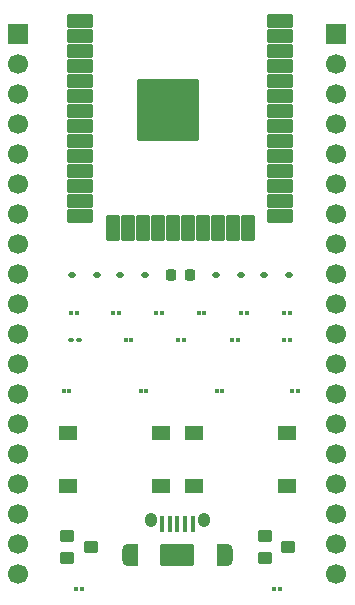
<source format=gbr>
%TF.GenerationSoftware,KiCad,Pcbnew,9.0.5*%
%TF.CreationDate,2025-10-26T01:34:21+08:00*%
%TF.ProjectId,KiCAD_Proj (ESP32),4b694341-445f-4507-926f-6a2028455350,rev?*%
%TF.SameCoordinates,Original*%
%TF.FileFunction,Soldermask,Top*%
%TF.FilePolarity,Negative*%
%FSLAX46Y46*%
G04 Gerber Fmt 4.6, Leading zero omitted, Abs format (unit mm)*
G04 Created by KiCad (PCBNEW 9.0.5) date 2025-10-26 01:34:21*
%MOMM*%
%LPD*%
G01*
G04 APERTURE LIST*
G04 Aperture macros list*
%AMRoundRect*
0 Rectangle with rounded corners*
0 $1 Rounding radius*
0 $2 $3 $4 $5 $6 $7 $8 $9 X,Y pos of 4 corners*
0 Add a 4 corners polygon primitive as box body*
4,1,4,$2,$3,$4,$5,$6,$7,$8,$9,$2,$3,0*
0 Add four circle primitives for the rounded corners*
1,1,$1+$1,$2,$3*
1,1,$1+$1,$4,$5*
1,1,$1+$1,$6,$7*
1,1,$1+$1,$8,$9*
0 Add four rect primitives between the rounded corners*
20,1,$1+$1,$2,$3,$4,$5,0*
20,1,$1+$1,$4,$5,$6,$7,0*
20,1,$1+$1,$6,$7,$8,$9,0*
20,1,$1+$1,$8,$9,$2,$3,0*%
G04 Aperture macros list end*
%ADD10RoundRect,0.075000X0.125000X0.075000X-0.125000X0.075000X-0.125000X-0.075000X0.125000X-0.075000X0*%
%ADD11R,1.700000X1.700000*%
%ADD12C,1.700000*%
%ADD13RoundRect,0.112500X-0.187500X-0.112500X0.187500X-0.112500X0.187500X0.112500X-0.187500X0.112500X0*%
%ADD14RoundRect,0.075000X-0.125000X-0.075000X0.125000X-0.075000X0.125000X0.075000X-0.125000X0.075000X0*%
%ADD15R,1.550000X1.300000*%
%ADD16RoundRect,0.102000X-0.450000X-0.400000X0.450000X-0.400000X0.450000X0.400000X-0.450000X0.400000X0*%
%ADD17RoundRect,0.100000X-0.130000X-0.100000X0.130000X-0.100000X0.130000X0.100000X-0.130000X0.100000X0*%
%ADD18RoundRect,0.102000X-1.000000X-0.450000X1.000000X-0.450000X1.000000X0.450000X-1.000000X0.450000X0*%
%ADD19RoundRect,0.102000X-0.450000X-1.000000X0.450000X-1.000000X0.450000X1.000000X-0.450000X1.000000X0*%
%ADD20RoundRect,0.102000X-2.500000X-2.500000X2.500000X-2.500000X2.500000X2.500000X-2.500000X2.500000X0*%
%ADD21RoundRect,0.100000X-0.100000X-0.575000X0.100000X-0.575000X0.100000X0.575000X-0.100000X0.575000X0*%
%ADD22O,1.000000X1.900000*%
%ADD23R,0.875000X1.900000*%
%ADD24O,1.050000X1.250000*%
%ADD25RoundRect,0.250000X-1.200000X-0.700000X1.200000X-0.700000X1.200000X0.700000X-1.200000X0.700000X0*%
%ADD26RoundRect,0.218750X-0.218750X-0.256250X0.218750X-0.256250X0.218750X0.256250X-0.218750X0.256250X0*%
G04 APERTURE END LIST*
D10*
%TO.C,C19*%
X143400000Y-100838000D03*
X142900000Y-100838000D03*
%TD*%
D11*
%TO.C,J2*%
X133837000Y-74930000D03*
D12*
X133837000Y-77470000D03*
X133837000Y-80010000D03*
X133837000Y-82550000D03*
X133837000Y-85090000D03*
X133837000Y-87630000D03*
X133837000Y-90170000D03*
X133837000Y-92710000D03*
X133837000Y-95250000D03*
X133837000Y-97790000D03*
X133837000Y-100330000D03*
X133837000Y-102870000D03*
X133837000Y-105410000D03*
X133837000Y-107950000D03*
X133837000Y-110490000D03*
X133837000Y-113030000D03*
X133837000Y-115570000D03*
X133837000Y-118110000D03*
X133837000Y-120650000D03*
%TD*%
D13*
%TO.C,D3*%
X154618000Y-95377000D03*
X156718000Y-95377000D03*
%TD*%
D14*
%TO.C,R23*%
X151896000Y-100838000D03*
X152396000Y-100838000D03*
%TD*%
%TO.C,R22*%
X155452000Y-121920000D03*
X155952000Y-121920000D03*
%TD*%
%TO.C,C9*%
X145470000Y-98552000D03*
X145970000Y-98552000D03*
%TD*%
D15*
%TO.C,SW1*%
X137990000Y-108748000D03*
X145940000Y-108748000D03*
X137990000Y-113248000D03*
X145940000Y-113248000D03*
%TD*%
D11*
%TO.C,J3*%
X160761000Y-74930000D03*
D12*
X160761000Y-77470000D03*
X160761000Y-80010000D03*
X160761000Y-82550000D03*
X160761000Y-85090000D03*
X160761000Y-87630000D03*
X160761000Y-90170000D03*
X160761000Y-92710000D03*
X160761000Y-95250000D03*
X160761000Y-97790000D03*
X160761000Y-100330000D03*
X160761000Y-102870000D03*
X160761000Y-105410000D03*
X160761000Y-107950000D03*
X160761000Y-110490000D03*
X160761000Y-113030000D03*
X160761000Y-115570000D03*
X160761000Y-118110000D03*
X160761000Y-120650000D03*
%TD*%
D16*
%TO.C,Q2*%
X154686000Y-117414000D03*
X154686000Y-119314000D03*
X156686000Y-118364000D03*
%TD*%
D13*
%TO.C,D4*%
X150554000Y-95377000D03*
X152654000Y-95377000D03*
%TD*%
D10*
%TO.C,R2*%
X147845000Y-100838000D03*
X147345000Y-100838000D03*
%TD*%
D14*
%TO.C,C22*%
X138248000Y-98552000D03*
X138748000Y-98552000D03*
%TD*%
D17*
%TO.C,C21*%
X138278000Y-100838000D03*
X138918000Y-100838000D03*
%TD*%
D10*
%TO.C,R21*%
X139188000Y-121920000D03*
X138688000Y-121920000D03*
%TD*%
D18*
%TO.C,MOD1*%
X139011500Y-73861000D03*
X139011500Y-75131000D03*
X139011500Y-76401000D03*
X139011500Y-77671000D03*
X139011500Y-78941000D03*
X139011500Y-80211000D03*
X139011500Y-81481000D03*
X139011500Y-82751000D03*
X139011500Y-84021000D03*
X139011500Y-85291000D03*
X139011500Y-86561000D03*
X139011500Y-87831000D03*
X139011500Y-89101000D03*
X139011500Y-90371000D03*
D19*
X141796500Y-91371000D03*
X143066500Y-91371000D03*
X144336500Y-91371000D03*
X145606500Y-91371000D03*
X146876500Y-91371000D03*
X148146500Y-91371000D03*
X149416500Y-91371000D03*
X150686500Y-91371000D03*
X151956500Y-91371000D03*
X153226500Y-91371000D03*
D18*
X156011500Y-90371000D03*
X156011500Y-89101000D03*
X156011500Y-87831000D03*
X156011500Y-86561000D03*
X156011500Y-85291000D03*
X156011500Y-84021000D03*
X156011500Y-82751000D03*
X156011500Y-81481000D03*
X156011500Y-80211000D03*
X156011500Y-78941000D03*
X156011500Y-77671000D03*
X156011500Y-76401000D03*
X156011500Y-75131000D03*
X156011500Y-73861000D03*
D20*
X146511500Y-81361000D03*
%TD*%
D14*
%TO.C,R11*%
X156303000Y-100838000D03*
X156803000Y-100838000D03*
%TD*%
D10*
%TO.C,R18*%
X156803000Y-98552000D03*
X156303000Y-98552000D03*
%TD*%
D14*
%TO.C,R25*%
X144170000Y-105156000D03*
X144670000Y-105156000D03*
%TD*%
D10*
%TO.C,C20*%
X142359000Y-98552000D03*
X141859000Y-98552000D03*
%TD*%
%TO.C,C15*%
X138151000Y-105156000D03*
X137651000Y-105156000D03*
%TD*%
D21*
%TO.C,J1*%
X148599000Y-116403000D03*
X147949000Y-116403000D03*
X147299000Y-116403000D03*
X146649000Y-116403000D03*
X145999000Y-116403000D03*
D22*
X143124000Y-119078000D03*
D23*
X143561500Y-119078000D03*
D24*
X145074000Y-116078000D03*
D25*
X147299000Y-119078000D03*
D24*
X149524000Y-116078000D03*
D23*
X151036500Y-119078000D03*
D22*
X151474000Y-119078000D03*
%TD*%
D16*
%TO.C,Q1*%
X137938000Y-117414000D03*
X137938000Y-119314000D03*
X139938000Y-118364000D03*
%TD*%
D14*
%TO.C,C14*%
X156976000Y-105156000D03*
X157476000Y-105156000D03*
%TD*%
%TO.C,R24*%
X149081000Y-98552000D03*
X149581000Y-98552000D03*
%TD*%
D26*
%TO.C,D1*%
X146761000Y-95377000D03*
X148336000Y-95377000D03*
%TD*%
D13*
%TO.C,D5*%
X142460000Y-95377000D03*
X144560000Y-95377000D03*
%TD*%
%TO.C,D6*%
X138362000Y-95377000D03*
X140462000Y-95377000D03*
%TD*%
D14*
%TO.C,R17*%
X152692000Y-98552000D03*
X153192000Y-98552000D03*
%TD*%
%TO.C,R26*%
X150605000Y-105156000D03*
X151105000Y-105156000D03*
%TD*%
D15*
%TO.C,SW2*%
X148658000Y-108748000D03*
X156608000Y-108748000D03*
X148658000Y-113248000D03*
X156608000Y-113248000D03*
%TD*%
M02*

</source>
